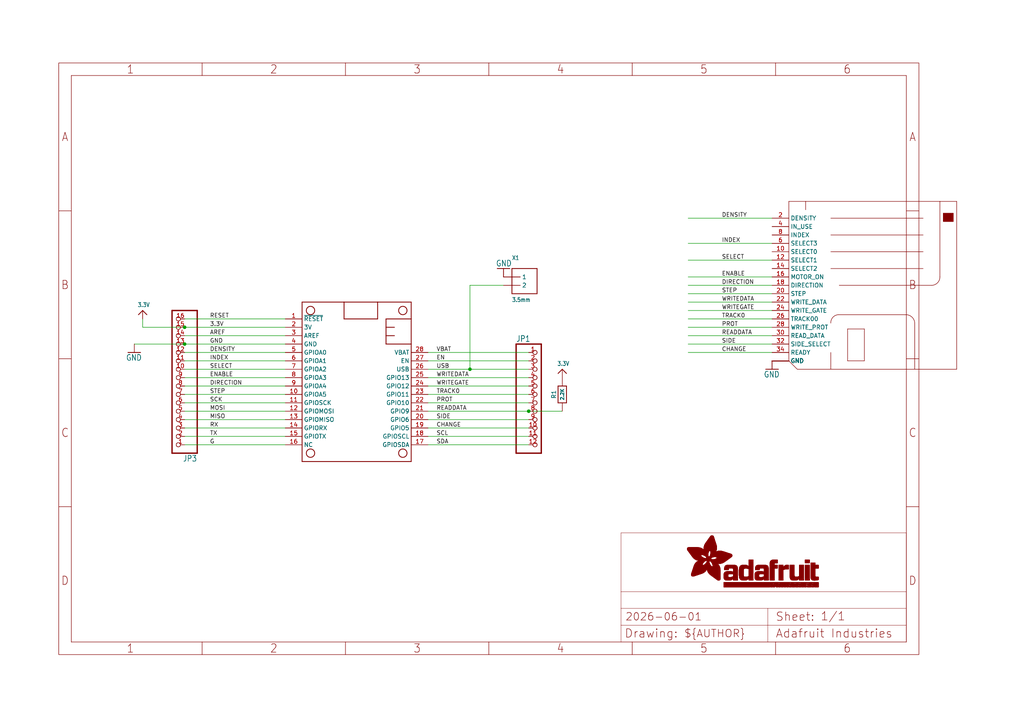
<source format=kicad_sch>
(kicad_sch (version 20230121) (generator eeschema)
  (paper "User" 309.956 217.322)
  (lib_symbols
    (symbol "working-eagle-import:3.3V" (power)
      (property "Value" "3.3V" (at -1.524 1.016 0))
      (symbol "3.3V_1_0"
        (pin power_in line (at 0 -2.54 90) (length 2.54) (name "3.3V") (number "1"))
      )
    )
    (symbol "working-eagle-import:FEATHERWING"
      (symbol "FEATHERWING_1_0"
        (pin input line (at 5.08 -5.08 90) (length 5.08) (name "~{RESET}") (number "1"))
        (pin bidirectional line (at 27.94 -5.08 90) (length 5.08) (name "GPIOA5") (number "10"))
        (pin bidirectional line (at 30.48 -5.08 90) (length 5.08) (name "GPIOSCK") (number "11"))
        (pin bidirectional line (at 33.02 -5.08 90) (length 5.08) (name "GPIOMOSI") (number "12"))
        (pin bidirectional line (at 35.56 -5.08 90) (length 5.08) (name "GPIOMISO") (number "13"))
        (pin bidirectional line (at 38.1 -5.08 90) (length 5.08) (name "GPIORX") (number "14"))
        (pin bidirectional line (at 40.64 -5.08 90) (length 5.08) (name "GPIOTX") (number "15"))
        (pin passive line (at 43.18 -5.08 90) (length 5.08) (name "NC") (number "16"))
        (pin bidirectional line (at 43.18 38.1 270) (length 5.08) (name "GPIOSDA") (number "17"))
        (pin bidirectional line (at 40.64 38.1 270) (length 5.08) (name "GPIOSCL") (number "18"))
        (pin bidirectional line (at 38.1 38.1 270) (length 5.08) (name "GPIO5") (number "19"))
        (pin power_in line (at 7.62 -5.08 90) (length 5.08) (name "3V") (number "2"))
        (pin bidirectional line (at 35.56 38.1 270) (length 5.08) (name "GPIO6") (number "20"))
        (pin bidirectional line (at 33.02 38.1 270) (length 5.08) (name "GPIO9") (number "21"))
        (pin bidirectional line (at 30.48 38.1 270) (length 5.08) (name "GPIO10") (number "22"))
        (pin bidirectional line (at 27.94 38.1 270) (length 5.08) (name "GPIO11") (number "23"))
        (pin bidirectional line (at 25.4 38.1 270) (length 5.08) (name "GPIO12") (number "24"))
        (pin bidirectional line (at 22.86 38.1 270) (length 5.08) (name "GPIO13") (number "25"))
        (pin power_in line (at 20.32 38.1 270) (length 5.08) (name "USB") (number "26"))
        (pin passive line (at 17.78 38.1 270) (length 5.08) (name "EN") (number "27"))
        (pin power_in line (at 15.24 38.1 270) (length 5.08) (name "VBAT") (number "28"))
        (pin passive line (at 10.16 -5.08 90) (length 5.08) (name "AREF") (number "3"))
        (pin power_in line (at 12.7 -5.08 90) (length 5.08) (name "GND") (number "4"))
        (pin bidirectional line (at 15.24 -5.08 90) (length 5.08) (name "GPIOA0") (number "5"))
        (pin bidirectional line (at 17.78 -5.08 90) (length 5.08) (name "GPIOA1") (number "6"))
        (pin bidirectional line (at 20.32 -5.08 90) (length 5.08) (name "GPIOA2") (number "7"))
        (pin bidirectional line (at 22.86 -5.08 90) (length 5.08) (name "GPIOA3") (number "8"))
        (pin bidirectional line (at 25.4 -5.08 90) (length 5.08) (name "GPIOA4") (number "9"))
      )
    )
    (symbol "working-eagle-import:FLOPPY_IDC_SHROUDED"
      (symbol "FLOPPY_IDC_SHROUDED_1_0"
        (pin power_in line (at -30.48 -22.86 0) (length 5.08) (name "GND") (number "1"))
        (pin input line (at -30.48 10.16 0) (length 5.08) (name "SELECT0") (number "10"))
        (pin power_in line (at -30.48 -22.86 0) (length 5.08) (name "GND") (number "11"))
        (pin input line (at -30.48 7.62 0) (length 5.08) (name "SELECT1") (number "12"))
        (pin power_in line (at -30.48 -22.86 0) (length 5.08) (name "GND") (number "13"))
        (pin input line (at -30.48 5.08 0) (length 5.08) (name "SELECT2") (number "14"))
        (pin power_in line (at -30.48 -22.86 0) (length 5.08) (name "GND") (number "15"))
        (pin input line (at -30.48 2.54 0) (length 5.08) (name "MOTOR_ON") (number "16"))
        (pin power_in line (at -30.48 -22.86 0) (length 5.08) (name "GND") (number "17"))
        (pin input line (at -30.48 0 0) (length 5.08) (name "DIRECTION") (number "18"))
        (pin power_in line (at -30.48 -22.86 0) (length 5.08) (name "GND") (number "19"))
        (pin input line (at -30.48 20.32 0) (length 5.08) (name "DENSITY") (number "2"))
        (pin input line (at -30.48 -2.54 0) (length 5.08) (name "STEP") (number "20"))
        (pin power_in line (at -30.48 -22.86 0) (length 5.08) (name "GND") (number "21"))
        (pin input line (at -30.48 -5.08 0) (length 5.08) (name "WRITE_DATA") (number "22"))
        (pin power_in line (at -30.48 -22.86 0) (length 5.08) (name "GND") (number "23"))
        (pin input line (at -30.48 -7.62 0) (length 5.08) (name "WRITE_GATE") (number "24"))
        (pin power_in line (at -30.48 -22.86 0) (length 5.08) (name "GND") (number "25"))
        (pin output line (at -30.48 -10.16 0) (length 5.08) (name "TRACK00") (number "26"))
        (pin power_in line (at -30.48 -22.86 0) (length 5.08) (name "GND") (number "27"))
        (pin output line (at -30.48 -12.7 0) (length 5.08) (name "WRITE_PROT") (number "28"))
        (pin power_in line (at -30.48 -22.86 0) (length 5.08) (name "GND") (number "29"))
        (pin power_in line (at -30.48 -22.86 0) (length 5.08) (name "GND") (number "3"))
        (pin output line (at -30.48 -15.24 0) (length 5.08) (name "READ_DATA") (number "30"))
        (pin power_in line (at -30.48 -22.86 0) (length 5.08) (name "GND") (number "31"))
        (pin input line (at -30.48 -17.78 0) (length 5.08) (name "SIDE_SELECT") (number "32"))
        (pin power_in line (at -30.48 -22.86 0) (length 5.08) (name "GND") (number "33"))
        (pin output line (at -30.48 -20.32 0) (length 5.08) (name "READY") (number "34"))
        (pin input line (at -30.48 17.78 0) (length 5.08) (name "IN_USE") (number "4"))
        (pin power_in line (at -30.48 -22.86 0) (length 5.08) (name "GND") (number "5"))
        (pin input line (at -30.48 12.7 0) (length 5.08) (name "SELECT3") (number "6"))
        (pin power_in line (at -30.48 -22.86 0) (length 5.08) (name "GND") (number "7"))
        (pin output line (at -30.48 15.24 0) (length 5.08) (name "INDEX") (number "8"))
        (pin power_in line (at -30.48 -22.86 0) (length 5.08) (name "GND") (number "9"))
      )
    )
    (symbol "working-eagle-import:FRAME_A4_ADAFRUIT"
      (symbol "FRAME_A4_ADAFRUIT_1_0"
        (text "${#}/${##}" (at 230.505 10.16 0) (effects (font (size 2.54 2.54)) (justify left bottom)))
        (text "${AUTHOR}" (at 189.23 5.08 0) (effects (font (size 2.286 2.286)) (justify left bottom)))
        (text "${CURRENT_DATE}" (at 171.45 10.16 0) (effects (font (size 2.286 2.286)) (justify left bottom)))
        (text "${PROJECTNAME}" (at 171.45 15.24 0) (effects (font (size 2.54 2.54)) (justify left bottom)))
        (text "1" (at 21.6958 1.905 0) (effects (font (size 2.54 2.286))))
        (text "1" (at 21.6958 177.165 0) (effects (font (size 2.54 2.286))))
        (text "2" (at 65.0875 1.905 0) (effects (font (size 2.54 2.286))))
        (text "2" (at 65.0875 177.165 0) (effects (font (size 2.54 2.286))))
        (text "3" (at 108.4792 1.905 0) (effects (font (size 2.54 2.286))))
        (text "3" (at 108.4792 177.165 0) (effects (font (size 2.54 2.286))))
        (text "4" (at 151.8708 1.905 0) (effects (font (size 2.54 2.286))))
        (text "4" (at 151.8708 177.165 0) (effects (font (size 2.54 2.286))))
        (text "5" (at 195.2625 1.905 0) (effects (font (size 2.54 2.286))))
        (text "5" (at 195.2625 177.165 0) (effects (font (size 2.54 2.286))))
        (text "6" (at 238.6542 1.905 0) (effects (font (size 2.54 2.286))))
        (text "6" (at 238.6542 177.165 0) (effects (font (size 2.54 2.286))))
        (text "A" (at 1.905 156.6863 0) (effects (font (size 2.54 2.286))))
        (text "A" (at 258.445 156.6863 0) (effects (font (size 2.54 2.286))))
        (text "Adafruit Industries" (at 216.916 4.953 0) (effects (font (size 2.54 2.54)) (justify left bottom)))
        (text "B" (at 1.905 111.9188 0) (effects (font (size 2.54 2.286))))
        (text "B" (at 258.445 111.9188 0) (effects (font (size 2.54 2.286))))
        (text "C" (at 1.905 67.1513 0) (effects (font (size 2.54 2.286))))
        (text "C" (at 258.445 67.1513 0) (effects (font (size 2.54 2.286))))
        (text "D" (at 1.905 22.3838 0) (effects (font (size 2.54 2.286))))
        (text "D" (at 258.445 22.3838 0) (effects (font (size 2.54 2.286))))
        (text "Drawing:" (at 171.196 4.953 0) (effects (font (size 2.54 2.54)) (justify left bottom)))
        (text "Sheet:" (at 216.916 10.033 0) (effects (font (size 2.54 2.54)) (justify left bottom)))
      )
    )
    (symbol "working-eagle-import:GND" (power)
      (property "Value" "GND" (at -2.54 -2.54 0))
      (symbol "GND_1_0"
        (pin power_in line (at 0 2.54 270) (length 2.54) (name "GND") (number "1"))
      )
    )
    (symbol "working-eagle-import:HEADER-1X12"
      (property "Reference" "JP" (at -6.35 18.415 0))
      (symbol "HEADER-1X12_1_0"
        (pin passive inverted (at -2.54 15.24 0) (length 2.54) (name "1") (number "1"))
        (pin passive inverted (at -2.54 -7.62 0) (length 2.54) (name "10") (number "10"))
        (pin passive inverted (at -2.54 -10.16 0) (length 2.54) (name "11") (number "11"))
        (pin passive inverted (at -2.54 -12.7 0) (length 2.54) (name "12") (number "12"))
        (pin passive inverted (at -2.54 12.7 0) (length 2.54) (name "2") (number "2"))
        (pin passive inverted (at -2.54 10.16 0) (length 2.54) (name "3") (number "3"))
        (pin passive inverted (at -2.54 7.62 0) (length 2.54) (name "4") (number "4"))
        (pin passive inverted (at -2.54 5.08 0) (length 2.54) (name "5") (number "5"))
        (pin passive inverted (at -2.54 2.54 0) (length 2.54) (name "6") (number "6"))
        (pin passive inverted (at -2.54 0 0) (length 2.54) (name "7") (number "7"))
        (pin passive inverted (at -2.54 -2.54 0) (length 2.54) (name "8") (number "8"))
        (pin passive inverted (at -2.54 -5.08 0) (length 2.54) (name "9") (number "9"))
      )
    )
    (symbol "working-eagle-import:HEADER-1X16ROUND"
      (property "Reference" "JP" (at -6.35 20.955 0))
      (symbol "HEADER-1X16ROUND_1_0"
        (pin passive inverted (at -2.54 17.78 0) (length 2.54) (name "1") (number "1"))
        (pin passive inverted (at -2.54 -5.08 0) (length 2.54) (name "10") (number "10"))
        (pin passive inverted (at -2.54 -7.62 0) (length 2.54) (name "11") (number "11"))
        (pin passive inverted (at -2.54 -10.16 0) (length 2.54) (name "12") (number "12"))
        (pin passive inverted (at -2.54 -12.7 0) (length 2.54) (name "13") (number "13"))
        (pin passive inverted (at -2.54 -15.24 0) (length 2.54) (name "14") (number "14"))
        (pin passive inverted (at -2.54 -17.78 0) (length 2.54) (name "15") (number "15"))
        (pin passive inverted (at -2.54 -20.32 0) (length 2.54) (name "16") (number "16"))
        (pin passive inverted (at -2.54 15.24 0) (length 2.54) (name "2") (number "2"))
        (pin passive inverted (at -2.54 12.7 0) (length 2.54) (name "3") (number "3"))
        (pin passive inverted (at -2.54 10.16 0) (length 2.54) (name "4") (number "4"))
        (pin passive inverted (at -2.54 7.62 0) (length 2.54) (name "5") (number "5"))
        (pin passive inverted (at -2.54 5.08 0) (length 2.54) (name "6") (number "6"))
        (pin passive inverted (at -2.54 2.54 0) (length 2.54) (name "7") (number "7"))
        (pin passive inverted (at -2.54 0 0) (length 2.54) (name "8") (number "8"))
        (pin passive inverted (at -2.54 -2.54 0) (length 2.54) (name "9") (number "9"))
      )
    )
    (symbol "working-eagle-import:RESISTOR0805_NOOUTLINE"
      (property "Reference" "R" (at 0 2.54 0))
      (symbol "RESISTOR0805_NOOUTLINE_1_0"
        (pin passive line (at -5.08 0 0) (length 2.54) (name "1") (number "1"))
        (pin passive line (at 5.08 0 180) (length 2.54) (name "2") (number "2"))
      )
    )
    (symbol "working-eagle-import:TERMBLOCK_1X2_3.5MM"
      (property "Reference" "X" (at -2.54 7.62 0))
      (symbol "TERMBLOCK_1X2_3.5MM_1_0"
        (pin passive line (at -5.08 2.54 0) (length 5.08) (name "1") (number "1"))
        (pin passive line (at -5.08 0 0) (length 5.08) (name "2") (number "2"))
      )
    )
  )
  (junction (at 55.88 99.06))
  (junction (at 160.02 124.46))
  (junction (at 142.24 111.76))
  (junction (at 55.88 104.14))
  (wire (pts (xy 55.88 96.52) (xy 86.36 96.52)) (stroke (width 0.1524)))
  (wire (pts (xy 208.28 86.36) (xy 233.68 86.36)) (stroke (width 0.1524)))
  (wire (pts (xy 208.28 96.52) (xy 233.68 96.52)) (stroke (width 0.1524)))
  (wire (pts (xy 208.28 106.68) (xy 233.68 106.68)) (stroke (width 0.1524)))
  (wire (pts (xy 208.28 73.66) (xy 233.68 73.66)) (stroke (width 0.1524)))
  (wire (pts (xy 55.88 129.54) (xy 86.36 129.54)) (stroke (width 0.1524)))
  (wire (pts (xy 152.4 86.36) (xy 142.24 86.36)) (stroke (width 0.1524)))
  (wire (pts (xy 55.88 127) (xy 86.36 127)) (stroke (width 0.1524)))
  (wire (pts (xy 55.88 104.14) (xy 40.64 104.14)) (stroke (width 0.1524)))
  (wire (pts (xy 55.88 111.76) (xy 86.36 111.76)) (stroke (width 0.1524)))
  (wire (pts (xy 55.88 132.08) (xy 86.36 132.08)) (stroke (width 0.1524)))
  (wire (pts (xy 55.88 119.38) (xy 86.36 119.38)) (stroke (width 0.1524)))
  (wire (pts (xy 208.28 99.06) (xy 233.68 99.06)) (stroke (width 0.1524)))
  (wire (pts (xy 208.28 101.6) (xy 233.68 101.6)) (stroke (width 0.1524)))
  (wire (pts (xy 160.02 119.38) (xy 129.54 119.38)) (stroke (width 0.1524)))
  (wire (pts (xy 208.28 93.98) (xy 233.68 93.98)) (stroke (width 0.1524)))
  (wire (pts (xy 55.88 114.3) (xy 86.36 114.3)) (stroke (width 0.1524)))
  (wire (pts (xy 55.88 124.46) (xy 86.36 124.46)) (stroke (width 0.1524)))
  (wire (pts (xy 160.02 109.22) (xy 129.54 109.22)) (stroke (width 0.1524)))
  (wire (pts (xy 55.88 101.6) (xy 86.36 101.6)) (stroke (width 0.1524)))
  (wire (pts (xy 55.88 116.84) (xy 86.36 116.84)) (stroke (width 0.1524)))
  (wire (pts (xy 142.24 111.76) (xy 142.24 86.36)) (stroke (width 0.1524)))
  (wire (pts (xy 160.02 111.76) (xy 142.24 111.76)) (stroke (width 0.1524)))
  (wire (pts (xy 208.28 66.04) (xy 233.68 66.04)) (stroke (width 0.1524)))
  (wire (pts (xy 55.88 106.68) (xy 86.36 106.68)) (stroke (width 0.1524)))
  (wire (pts (xy 160.02 121.92) (xy 129.54 121.92)) (stroke (width 0.1524)))
  (wire (pts (xy 160.02 129.54) (xy 129.54 129.54)) (stroke (width 0.1524)))
  (wire (pts (xy 55.88 121.92) (xy 86.36 121.92)) (stroke (width 0.1524)))
  (wire (pts (xy 55.88 99.06) (xy 86.36 99.06)) (stroke (width 0.1524)))
  (wire (pts (xy 160.02 114.3) (xy 129.54 114.3)) (stroke (width 0.1524)))
  (wire (pts (xy 55.88 109.22) (xy 86.36 109.22)) (stroke (width 0.1524)))
  (wire (pts (xy 142.24 111.76) (xy 129.54 111.76)) (stroke (width 0.1524)))
  (wire (pts (xy 160.02 132.08) (xy 129.54 132.08)) (stroke (width 0.1524)))
  (wire (pts (xy 55.88 134.62) (xy 86.36 134.62)) (stroke (width 0.1524)))
  (wire (pts (xy 160.02 134.62) (xy 129.54 134.62)) (stroke (width 0.1524)))
  (wire (pts (xy 208.28 78.74) (xy 233.68 78.74)) (stroke (width 0.1524)))
  (wire (pts (xy 233.68 88.9) (xy 208.28 88.9)) (stroke (width 0.1524)))
  (wire (pts (xy 208.28 91.44) (xy 233.68 91.44)) (stroke (width 0.1524)))
  (wire (pts (xy 160.02 127) (xy 129.54 127)) (stroke (width 0.1524)))
  (wire (pts (xy 160.02 106.68) (xy 129.54 106.68)) (stroke (width 0.1524)))
  (wire (pts (xy 160.02 124.46) (xy 170.18 124.46)) (stroke (width 0.1524)))
  (wire (pts (xy 43.18 99.06) (xy 43.18 96.52)) (stroke (width 0.1524)))
  (wire (pts (xy 55.88 104.14) (xy 86.36 104.14)) (stroke (width 0.1524)))
  (wire (pts (xy 208.28 104.14) (xy 233.68 104.14)) (stroke (width 0.1524)))
  (wire (pts (xy 160.02 116.84) (xy 129.54 116.84)) (stroke (width 0.1524)))
  (wire (pts (xy 208.28 83.82) (xy 233.68 83.82)) (stroke (width 0.1524)))
  (wire (pts (xy 160.02 124.46) (xy 129.54 124.46)) (stroke (width 0.1524)))
  (wire (pts (xy 55.88 99.06) (xy 43.18 99.06)) (stroke (width 0.1524)))
  (label "INDEX" (at 218.44 73.66 0) (effects (font (size 1.2446 1.2446))))
  (label "EN" (at 132.08 109.22 0) (effects (font (size 1.2446 1.2446))))
  (label "VBAT" (at 132.08 106.68 0) (effects (font (size 1.2446 1.2446))))
  (label "DIRECTION" (at 63.5 116.84 0) (effects (font (size 1.2446 1.2446))))
  (label "PROT" (at 132.08 121.92 0) (effects (font (size 1.2446 1.2446))))
  (label "PROT" (at 218.44 99.06 0) (effects (font (size 1.2446 1.2446))))
  (label "MOSI" (at 63.5 124.46 0) (effects (font (size 1.2446 1.2446))))
  (label "STEP" (at 63.5 119.38 0) (effects (font (size 1.2446 1.2446))))
  (label "SCL" (at 132.08 132.08 0) (effects (font (size 1.2446 1.2446))))
  (label "ENABLE" (at 63.5 114.3 0) (effects (font (size 1.2446 1.2446))))
  (label "3.3V" (at 63.5 99.06 0) (effects (font (size 1.2446 1.2446))))
  (label "WRITEDATA" (at 218.44 91.44 0) (effects (font (size 1.2446 1.2446))))
  (label "READDATA" (at 132.08 124.46 0) (effects (font (size 1.2446 1.2446))))
  (label "SCK" (at 63.5 121.92 0) (effects (font (size 1.2446 1.2446))))
  (label "ENABLE" (at 218.44 83.82 0) (effects (font (size 1.2446 1.2446))))
  (label "WRITEGATE" (at 132.08 116.84 0) (effects (font (size 1.2446 1.2446))))
  (label "TRACK0" (at 132.08 119.38 0) (effects (font (size 1.2446 1.2446))))
  (label "DIRECTION" (at 218.44 86.36 0) (effects (font (size 1.2446 1.2446))))
  (label "DENSITY" (at 218.44 66.04 0) (effects (font (size 1.2446 1.2446))))
  (label "CHANGE" (at 218.44 106.68 0) (effects (font (size 1.2446 1.2446))))
  (label "SIDE" (at 132.08 127 0) (effects (font (size 1.2446 1.2446))))
  (label "CHANGE" (at 132.08 129.54 0) (effects (font (size 1.2446 1.2446))))
  (label "SELECT" (at 63.5 111.76 0) (effects (font (size 1.2446 1.2446))))
  (label "SIDE" (at 218.44 104.14 0) (effects (font (size 1.2446 1.2446))))
  (label "RESET" (at 63.5 96.52 0) (effects (font (size 1.2446 1.2446))))
  (label "READDATA" (at 218.44 101.6 0) (effects (font (size 1.2446 1.2446))))
  (label "TX" (at 63.5 132.08 0) (effects (font (size 1.2446 1.2446))))
  (label "MISO" (at 63.5 127 0) (effects (font (size 1.2446 1.2446))))
  (label "WRITEDATA" (at 132.08 114.3 0) (effects (font (size 1.2446 1.2446))))
  (label "INDEX" (at 63.5 109.22 0) (effects (font (size 1.2446 1.2446))))
  (label "RX" (at 63.5 129.54 0) (effects (font (size 1.2446 1.2446))))
  (label "SDA" (at 132.08 134.62 0) (effects (font (size 1.2446 1.2446))))
  (label "USB" (at 132.08 111.76 0) (effects (font (size 1.2446 1.2446))))
  (label "TRACK0" (at 218.44 96.52 0) (effects (font (size 1.2446 1.2446))))
  (label "SELECT" (at 218.44 78.74 0) (effects (font (size 1.2446 1.2446))))
  (label "STEP" (at 218.44 88.9 0) (effects (font (size 1.2446 1.2446))))
  (label "GND" (at 63.5 104.14 0) (effects (font (size 1.2446 1.2446))))
  (label "WRITEGATE" (at 218.44 93.98 0) (effects (font (size 1.2446 1.2446))))
  (label "G" (at 63.5 134.62 0) (effects (font (size 1.2446 1.2446))))
  (label "DENSITY" (at 63.5 106.68 0) (effects (font (size 1.2446 1.2446))))
  (label "AREF" (at 63.5 101.6 0) (effects (font (size 1.2446 1.2446))))
  (symbol (lib_id "working-eagle-import:HEADER-1X16ROUND") (at 53.34 116.84 180) (unit 1)
    (property "Reference" "JP3" (at 59.69 137.795 0) (effects (font (size 1.778 1.5113)) (justify left bottom)))
    (property "Value" "HEADER-1X16ROUND" (effects hide))
    (property "Footprint" "working:1X16_ROUND" (effects hide))
  )
  (symbol (lib_id "working-eagle-import:3.3V") (at 170.18 111.76 0) (unit 1)
    (property "Reference" "#U$2" (effects hide))
    (property "Value" "3.3V" (at 168.656 110.744 0) (effects (font (size 1.27 1.0795)) (justify left bottom)))
  )
  (symbol (lib_id "working-eagle-import:RESISTOR0805_NOOUTLINE") (at 170.18 119.38 90) (unit 1)
    (property "Reference" "R1" (at 167.64 119.38 0))
    (property "Value" "2.2K" (at 170.18 119.38 0) (effects (font (size 1.016 1.016) bold)))
    (property "Footprint" "working:0805-NO" (effects hide))
  )
  (symbol (lib_id "working-eagle-import:GND") (at 233.68 111.76 0) (unit 1)
    (property "Reference" "#GND4" (effects hide))
    (property "Value" "GND" (at 231.14 114.3 0) (effects (font (size 1.778 1.5113)) (justify left bottom)))
  )
  (symbol (lib_id "working-eagle-import:GND") (at 40.64 106.68 0) (unit 1)
    (property "Reference" "#GND1" (effects hide))
    (property "Value" "GND" (at 38.1 109.22 0) (effects (font (size 1.778 1.5113)) (justify left bottom)))
  )
  (symbol (lib_id "working-eagle-import:HEADER-1X12") (at 162.56 121.92 0) (unit 1)
    (property "Reference" "JP1" (at 156.21 103.505 0) (effects (font (size 1.778 1.5113)) (justify left bottom)))
    (property "Value" "HEADER-1X12" (effects hide))
    (property "Footprint" "working:1X12_ROUND" (effects hide))
  )
  (symbol (lib_id "working-eagle-import:FEATHERWING") (at 91.44 91.44 270) (unit 1)
    (property "Reference" "MS1" (effects hide))
    (property "Value" "FEATHERWING" (effects hide))
    (property "Footprint" "working:FEATHERWING" (effects hide))
  )
  (symbol (lib_id "working-eagle-import:FLOPPY_IDC_SHROUDED") (at 264.16 86.36 0) (unit 1)
    (property "Reference" "FDD1" (effects hide))
    (property "Value" "FLOPPY_IDC_SHROUDED" (effects hide))
    (property "Footprint" "working:2X17_FLOPPY_IDC" (effects hide))
  )
  (symbol (lib_id "working-eagle-import:FRAME_A4_ADAFRUIT") (at 17.78 198.12 0) (unit 1)
    (property "Reference" "#U$1" (effects hide))
    (property "Value" "FRAME_A4_ADAFRUIT" (effects hide))
  )
  (symbol (lib_id "working-eagle-import:3.3V") (at 43.18 93.98 0) (unit 1)
    (property "Reference" "#U$3" (effects hide))
    (property "Value" "3.3V" (at 41.656 92.964 0) (effects (font (size 1.27 1.0795)) (justify left bottom)))
  )
  (symbol (lib_id "working-eagle-import:TERMBLOCK_1X2_3.5MM") (at 157.48 86.36 0) (unit 1)
    (property "Reference" "X1" (at 154.94 78.74 0) (effects (font (size 1.27 1.0795)) (justify left bottom)))
    (property "Value" "3.5mm" (at 154.94 91.44 0) (effects (font (size 1.27 1.0795)) (justify left bottom)))
    (property "Footprint" "working:TERMBLOCK_1X2-3.5MM" (effects hide))
  )
  (symbol (lib_id "working-eagle-import:GND") (at 152.4 81.28 180) (unit 1)
    (property "Reference" "#GND3" (effects hide))
    (property "Value" "GND" (at 154.94 78.74 0) (effects (font (size 1.778 1.5113)) (justify left bottom)))
  )
)
</source>
